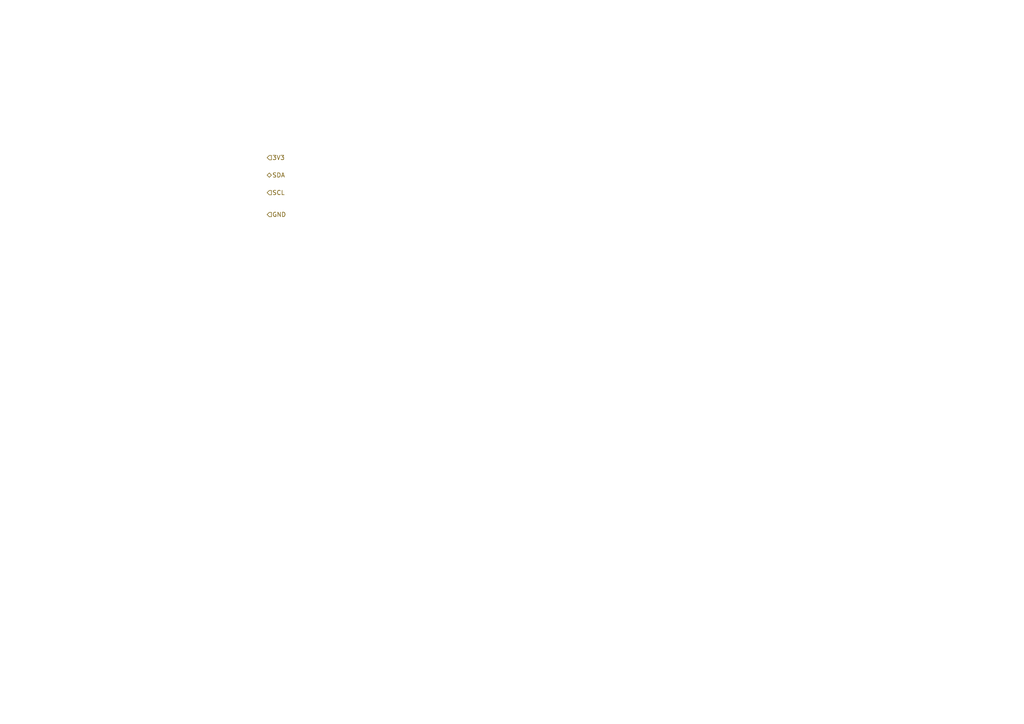
<source format=kicad_sch>
(kicad_sch (version 20211123) (generator eeschema)

  (uuid 6968313d-7843-4c0b-8c25-de779c4709f4)

  (paper "A4")

  (lib_symbols
  )


  (hierarchical_label "GND" (shape input) (at 77.47 62.23 0)
    (effects (font (size 1.27 1.27)) (justify left))
    (uuid 34a19369-e46a-4e0f-9746-17abf02ac5f4)
  )
  (hierarchical_label "3V3" (shape input) (at 77.47 45.72 0)
    (effects (font (size 1.27 1.27)) (justify left))
    (uuid 648a4345-c00f-42a8-a7ba-a47acdd87aae)
  )
  (hierarchical_label "SCL" (shape input) (at 77.47 55.88 0)
    (effects (font (size 1.27 1.27)) (justify left))
    (uuid 73d94a6e-1d68-4926-8aea-8baccd33dc29)
  )
  (hierarchical_label "SDA" (shape bidirectional) (at 77.47 50.8 0)
    (effects (font (size 1.27 1.27)) (justify left))
    (uuid e6345fdf-706c-490a-b663-c18453f1a1c3)
  )
)

</source>
